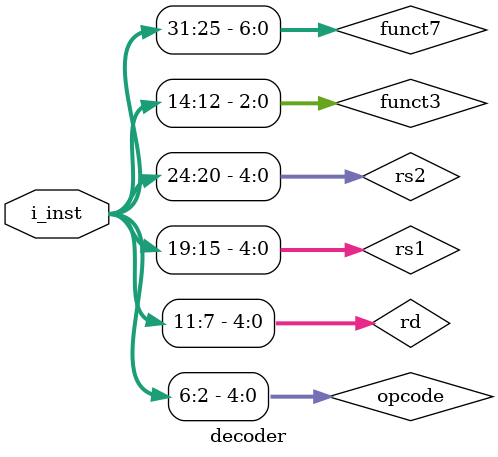
<source format=v>
module decoder (
    input wire [31:0] i_inst
);
    wire [4:0] opcode = i_inst[6:2];
    wire [4:0] rd = i_inst[11:7];
    wire [4:0] rs1 = i_inst[19:15];
    wire [4:0] rs2 = i_inst[24:20];
    wire [2:0] funct3 = i_inst[14:12];
    wire [6:0] funct7 = i_inst[31:25];

    wire op_load     = opcode == 5'b00000;
    wire op_misc_mem = opcode == 5'b00011;
    wire op_op_imm   = opcode == 5'b00100;
    wire op_auipc    = opcode == 5'b00101;
    wire op_op_imm32 = opcode == 5'b00110;
    wire op_store    = opcode == 5'b01000;
    wire op_amo      = opcode == 5'b01011;
    wire op_op       = opcode == 5'b01100;
    wire op_lui      = opcode == 5'b01101;
    wire op_op_32    = opcode == 5'b01110;
    wire op_branch   = opcode == 5'b11000;
    wire op_jalr     = opcode == 5'b11001;
    wire op_jal      = opcode == 5'b11011;
    wire op_system   = opcode == 5'b11100;
endmodule

</source>
